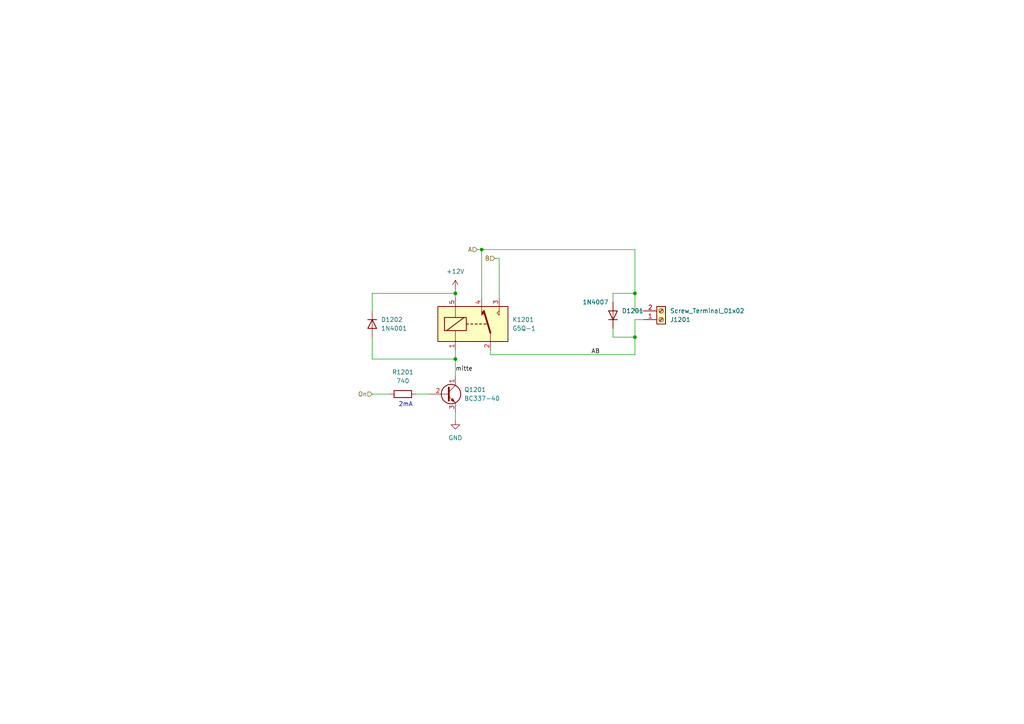
<source format=kicad_sch>
(kicad_sch (version 20211123) (generator eeschema)
  (paper "A4")
  (title_block (title "ESP32 Relaiskarte") (date "2022-03-23") (rev "0.0.2") (company "makerspace Bocholt") (comment 1 "+ optionale Servo Ansteuerung") (comment 2 "+ optionale Lan Karte") (comment 4 "Frank Tobergte"))
  (lib_symbols
    (symbol "Connector:Screw_Terminal_01x02" (pin_names (offset 1.016) hide)
      (property "Reference" "J" (at 0 2.54 0))
      (property "Value" "Screw_Terminal_01x02" (at 0 -5.08 0))
      (symbol "Screw_Terminal_01x02_1_1"
        (rectangle (start -1.27 1.27) (end 1.27 -3.81) (stroke (width 0.254)) (fill (type background)))
        (circle (center 0 -2.54) (radius 0.635) (stroke (width 0.1524)))
        (polyline (pts (xy -0.5334 -2.2098) (xy 0.3302 -3.048)) (stroke (width 0.1524)))
        (polyline (pts (xy -0.5334 0.3302) (xy 0.3302 -0.508)) (stroke (width 0.1524)))
        (polyline (pts (xy -0.3556 -2.032) (xy 0.508 -2.8702)) (stroke (width 0.1524)))
        (polyline (pts (xy -0.3556 0.508) (xy 0.508 -0.3302)) (stroke (width 0.1524)))
        (circle (center 0 0) (radius 0.635) (stroke (width 0.1524)))
        (pin passive line (at -5.08 0 0) (length 3.81) (name "Pin_1") (number "1"))
        (pin passive line (at -5.08 -2.54 0) (length 3.81) (name "Pin_2") (number "2"))
      )
    )
    (symbol "Device:R" (pin_numbers hide) (pin_names (offset 0))
      (property "Reference" "R" (at 2.032 0 90))
      (property "Value" "R" (at 0 0 90))
      (symbol "R_0_1"
        (rectangle (start -1.016 -2.54) (end 1.016 2.54) (stroke (width 0.254)))
      )
      (symbol "R_1_1"
        (pin passive line (at 0 3.81 270) (length 1.27) (name "~") (number "1"))
        (pin passive line (at 0 -3.81 90) (length 1.27) (name "~") (number "2"))
      )
    )
    (symbol "Diode:1N4001" (pin_numbers hide) (pin_names (offset 1.016) hide)
      (property "Reference" "D" (at 0 2.54 0))
      (property "Value" "1N4001" (at 0 -2.54 0))
      (symbol "1N4001_0_1"
        (polyline (pts (xy -1.27 1.27) (xy -1.27 -1.27)) (stroke (width 0.254)))
        (polyline (pts (xy 1.27 0) (xy -1.27 0)))
        (polyline (pts (xy 1.27 1.27) (xy 1.27 -1.27) (xy -1.27 0) (xy 1.27 1.27)) (stroke (width 0.254)))
      )
      (symbol "1N4001_1_1"
        (pin passive line (at -3.81 0 0) (length 2.54) (name "K") (number "1"))
        (pin passive line (at 3.81 0 180) (length 2.54) (name "A") (number "2"))
      )
    )
    (symbol "Diode:1N4007" (pin_numbers hide) (pin_names (offset 1.016) hide)
      (property "Reference" "D" (at 0 2.54 0))
      (property "Value" "1N4007" (at 0 -2.54 0))
      (symbol "1N4007_0_1"
        (polyline (pts (xy -1.27 1.27) (xy -1.27 -1.27)) (stroke (width 0.254)))
        (polyline (pts (xy 1.27 0) (xy -1.27 0)))
        (polyline (pts (xy 1.27 1.27) (xy 1.27 -1.27) (xy -1.27 0) (xy 1.27 1.27)) (stroke (width 0.254)))
      )
      (symbol "1N4007_1_1"
        (pin passive line (at -3.81 0 0) (length 2.54) (name "K") (number "1"))
        (pin passive line (at 3.81 0 180) (length 2.54) (name "A") (number "2"))
      )
    )
    (symbol "Relay:G5Q-1"
      (property "Reference" "K" (at 11.43 3.81 0))
      (property "Value" "G5Q-1" (at 11.43 1.27 0))
      (symbol "G5Q-1_0_0"
        (polyline (pts (xy 7.62 5.08) (xy 7.62 2.54) (xy 6.985 3.175) (xy 7.62 3.81)))
      )
      (symbol "G5Q-1_0_1"
        (rectangle (start -10.16 5.08) (end 10.16 -5.08) (stroke (width 0.254)) (fill (type background)))
        (rectangle (start -8.255 1.905) (end -1.905 -1.905) (stroke (width 0.254)))
        (polyline (pts (xy -7.62 -1.905) (xy -2.54 1.905)) (stroke (width 0.254)))
        (polyline (pts (xy -5.08 -5.08) (xy -5.08 -1.905)))
        (polyline (pts (xy -5.08 5.08) (xy -5.08 1.905)))
        (polyline (pts (xy -1.905 0) (xy -1.27 0)) (stroke (width 0.254)))
        (polyline (pts (xy -0.635 0) (xy 0 0)) (stroke (width 0.254)))
        (polyline (pts (xy 0.635 0) (xy 1.27 0)) (stroke (width 0.254)))
        (polyline (pts (xy 1.905 0) (xy 2.54 0)) (stroke (width 0.254)))
        (polyline (pts (xy 3.175 0) (xy 3.81 0)) (stroke (width 0.254)))
        (polyline (pts (xy 5.08 -2.54) (xy 3.175 3.81)) (stroke (width 0.508)))
        (polyline (pts (xy 5.08 -2.54) (xy 5.08 -5.08)))
        (polyline (pts (xy 2.54 5.08) (xy 2.54 2.54) (xy 3.175 3.175) (xy 2.54 3.81)) (fill (type outline)))
      )
      (symbol "G5Q-1_1_1"
        (pin passive line (at -5.08 -7.62 90) (length 2.54) (name "~") (number "1"))
        (pin passive line (at 5.08 -7.62 90) (length 2.54) (name "~") (number "2"))
        (pin passive line (at 7.62 7.62 270) (length 2.54) (name "~") (number "3"))
        (pin passive line (at 2.54 7.62 270) (length 2.54) (name "~") (number "4"))
        (pin passive line (at -5.08 7.62 270) (length 2.54) (name "~") (number "5"))
      )
    )
    (symbol "Transistor_BJT:BC337" (pin_names (offset 0) hide)
      (property "Reference" "Q" (at 5.08 1.905 0))
      (property "Value" "BC337" (at 5.08 0 0))
      (symbol "BC337_0_1"
        (polyline (pts (xy 0 0) (xy 0.635 0)))
        (polyline (pts (xy 0.635 0.635) (xy 2.54 2.54)))
        (polyline (pts (xy 0.635 -0.635) (xy 2.54 -2.54) (xy 2.54 -2.54)))
        (polyline (pts (xy 0.635 1.905) (xy 0.635 -1.905) (xy 0.635 -1.905)) (stroke (width 0.508)))
        (polyline (pts (xy 1.27 -1.778) (xy 1.778 -1.27) (xy 2.286 -2.286) (xy 1.27 -1.778) (xy 1.27 -1.778)) (fill (type outline)))
        (circle (center 1.27 0) (radius 2.8194) (stroke (width 0.254)))
      )
      (symbol "BC337_1_1"
        (pin passive line (at 2.54 5.08 270) (length 2.54) (name "C") (number "1"))
        (pin input line (at -5.08 0 0) (length 5.08) (name "B") (number "2"))
        (pin passive line (at 2.54 -5.08 90) (length 2.54) (name "E") (number "3"))
      )
    )
    (symbol "power:+12V" (power) (pin_names (offset 0))
      (property "Value" "+12V" (at 0 3.556 0))
      (symbol "+12V_0_1"
        (polyline (pts (xy -0.762 1.27) (xy 0 2.54)))
        (polyline (pts (xy 0 0) (xy 0 2.54)))
        (polyline (pts (xy 0 2.54) (xy 0.762 1.27)))
      )
      (symbol "+12V_1_1"
        (pin power_in line (at 0 0 90) (length 0) hide (name "+12V") (number "1"))
      )
    )
    (symbol "power:GND" (power) (pin_names (offset 0))
      (property "Value" "GND" (at 0 -3.81 0))
      (symbol "GND_0_1"
        (polyline (pts (xy 0 0) (xy 0 -1.27) (xy 1.27 -1.27) (xy 0 -2.54) (xy -1.27 -1.27) (xy 0 -1.27)))
      )
      (symbol "GND_1_1"
        (pin power_in line (at 0 0 270) (length 0) hide (name "GND") (number "1"))
      )
    )
  )
  (junction (at 139.7 72.39))
  (junction (at 132.08 85.09))
  (junction (at 132.08 104.14))
  (junction (at 184.15 85.09))
  (junction (at 184.15 97.79))
  (wire (pts (xy 184.15 85.09) (xy 184.15 72.39)))
  (wire (pts (xy 177.8 87.63) (xy 177.8 85.09)))
  (wire (pts (xy 138.43 72.39) (xy 139.7 72.39)))
  (wire (pts (xy 107.95 114.3) (xy 113.03 114.3)))
  (wire (pts (xy 184.15 102.87) (xy 184.15 97.79)))
  (wire (pts (xy 132.08 85.09) (xy 132.08 86.36)))
  (wire (pts (xy 107.95 104.14) (xy 132.08 104.14)))
  (wire (pts (xy 142.24 102.87) (xy 184.15 102.87)))
  (wire (pts (xy 132.08 104.14) (xy 132.08 109.22)))
  (wire (pts (xy 184.15 90.17) (xy 184.15 85.09)))
  (wire (pts (xy 132.08 83.82) (xy 132.08 85.09)))
  (wire (pts (xy 107.95 90.17) (xy 107.95 85.09)))
  (wire (pts (xy 139.7 72.39) (xy 184.15 72.39)))
  (wire (pts (xy 139.7 72.39) (xy 139.7 86.36)))
  (wire (pts (xy 177.8 95.25) (xy 177.8 97.79)))
  (wire (pts (xy 186.69 90.17) (xy 184.15 90.17)))
  (wire (pts (xy 177.8 85.09) (xy 184.15 85.09)))
  (wire (pts (xy 132.08 119.38) (xy 132.08 121.92)))
  (wire (pts (xy 184.15 92.71) (xy 186.69 92.71)))
  (wire (pts (xy 107.95 97.79) (xy 107.95 104.14)))
  (wire (pts (xy 120.65 114.3) (xy 124.46 114.3)))
  (wire (pts (xy 177.8 97.79) (xy 184.15 97.79)))
  (wire (pts (xy 184.15 97.79) (xy 184.15 92.71)))
  (wire (pts (xy 144.78 74.93) (xy 143.51 74.93)))
  (wire (pts (xy 144.78 86.36) (xy 144.78 74.93)))
  (wire (pts (xy 142.24 101.6) (xy 142.24 102.87)))
  (wire (pts (xy 107.95 85.09) (xy 132.08 85.09)))
  (wire (pts (xy 132.08 101.6) (xy 132.08 104.14)))
  (text "2mA" (at 115.57 118.11 0) (effects (font (size 1.27 1.27)) (justify left bottom)))
  (label "AB" (at 171.45 102.87 0))
  (label "mitte" (at 132.08 107.95 0))
  (hierarchical_label "On" (shape input) (at 107.95 114.3 180))
  (hierarchical_label "B" (shape input) (at 143.51 74.93 180))
  (hierarchical_label "A" (shape input) (at 138.43 72.39 180))
  (symbol (lib_id "Relay:G5Q-1") (at 137.16 93.98 0)
    (property "Reference" "K1201" (at 148.59 92.7099 0) (effects (justify left)))
    (property "Value" "G5Q-1" (at 148.59 95.2499 0) (effects (justify left)))
    (property "Footprint" "Relay_THT:Relay_SPDT_Omron-G5Q-1" (effects hide))
    (property "Datasheet" "https://www.omron.com/ecb/products/pdf/en-g5q.pdf" (effects hide))
  )
  (symbol (lib_id "Connector:Screw_Terminal_01x02") (at 191.77 92.71 0) (mirror x)
    (property "Reference" "J1201" (at 194.31 92.7101 0) (effects (justify left)))
    (property "Value" "Screw_Terminal_01x02" (at 194.31 90.1701 0) (effects (justify left)))
    (property "Footprint" "TerminalBlock_Phoenix:TerminalBlock_Phoenix_MKDS-1,5-2-5.08_1x02_P5.08mm_Horizontal" (effects hide))
  )
  (symbol (lib_id "power:+12V") (at 132.08 83.82 0)
    (property "Reference" "#PWR01201" (effects hide))
    (property "Value" "+12V" (at 132.08 78.74 0))
  )
  (symbol (lib_id "power:GND") (at 132.08 121.92 0)
    (property "Reference" "#PWR01202" (effects hide))
    (property "Value" "GND" (at 132.08 127 0))
  )
  (symbol (lib_id "Device:R") (at 116.84 114.3 90)
    (property "Reference" "R1201" (at 116.84 107.95 90))
    (property "Value" "740" (at 116.84 110.49 90))
    (property "Footprint" "Resistor_THT:R_Axial_DIN0207_L6.3mm_D2.5mm_P7.62mm_Horizontal" (effects hide))
  )
  (symbol (lib_id "Diode:1N4007") (at 177.8 91.44 90)
    (property "Reference" "D1201" (at 180.34 90.1699 90) (effects (justify right)))
    (property "Value" "1N4007" (at 168.91 87.63 90) (effects (justify right)))
    (property "Footprint" "Diode_THT:D_DO-41_SOD81_P5.08mm_Vertical_KathodeUp" (effects hide))
    (property "Datasheet" "http://www.vishay.com/docs/88503/1n4001.pdf" (effects hide))
  )
  (symbol (lib_id "Diode:1N4001") (at 107.95 93.98 270)
    (property "Reference" "D1202" (at 110.49 92.7099 90) (effects (justify left)))
    (property "Value" "1N4001" (at 110.49 95.2499 90) (effects (justify left)))
    (property "Footprint" "Diode_THT:D_DO-41_SOD81_P10.16mm_Horizontal" (effects hide))
    (property "Datasheet" "http://www.vishay.com/docs/88503/1n4001.pdf" (effects hide))
  )
  (symbol (lib_id "Transistor_BJT:BC337") (at 129.54 114.3 0)
    (property "Reference" "Q1201" (at 134.62 113.0299 0) (effects (justify left)))
    (property "Value" "BC337-40" (at 134.62 115.5699 0) (effects (justify left)))
    (property "Footprint" "Package_TO_SOT_THT:TO-92_Inline" (effects hide))
    (property "Datasheet" "https://diotec.com/tl_files/diotec/files/pdf/datasheets/bc337.pdf" (effects hide))
  )
)
</source>
